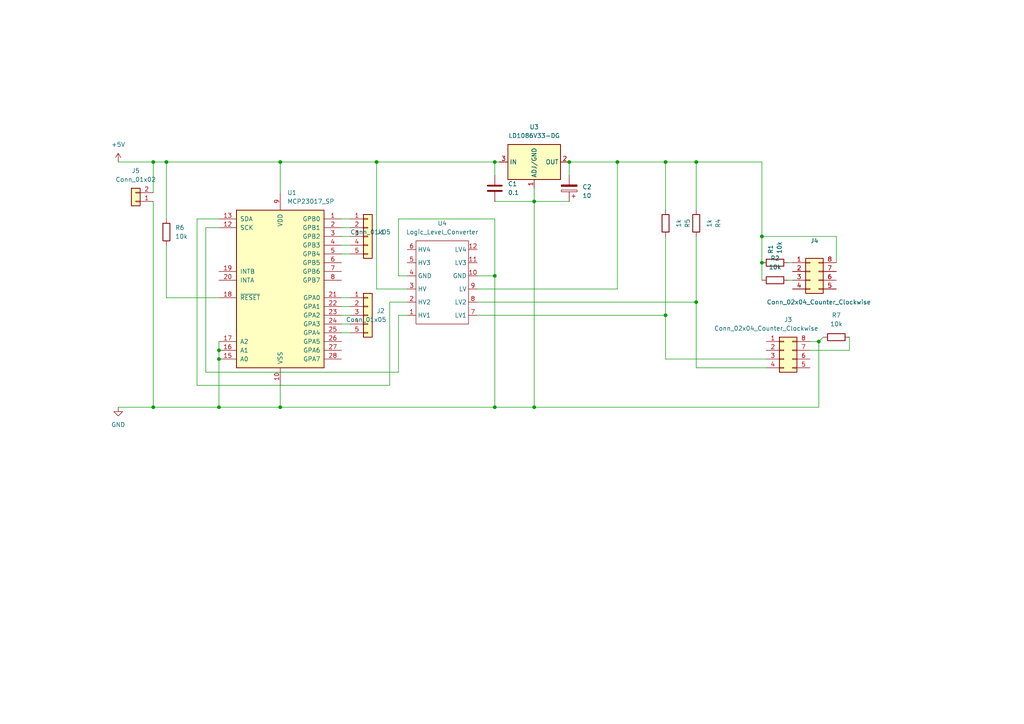
<source format=kicad_sch>
(kicad_sch (version 20211123) (generator eeschema)
  (paper "A4")
  (lib_symbols
    (symbol "Conn_02x04_Counter_Clockwise_1" (pin_names (offset 1.016) hide)
      (property "Reference" "J" (at 1.27 5.08 0))
      (property "Value" "Conn_02x04_Counter_Clockwise_1" (at 1.27 -7.62 0))
      (symbol "Conn_02x04_Counter_Clockwise_1_1_1"
        (rectangle (start -1.27 -4.953) (end 0 -5.207) (stroke (width 0.1524)))
        (rectangle (start -1.27 -2.413) (end 0 -2.667) (stroke (width 0.1524)))
        (rectangle (start -1.27 0.127) (end 0 -0.127) (stroke (width 0.1524)))
        (rectangle (start -1.27 2.667) (end 0 2.413) (stroke (width 0.1524)))
        (rectangle (start -1.27 3.81) (end 3.81 -6.35) (stroke (width 0.254)) (fill (type background)))
        (rectangle (start 3.81 -4.953) (end 2.54 -5.207) (stroke (width 0.1524)))
        (rectangle (start 3.81 -2.413) (end 2.54 -2.667) (stroke (width 0.1524)))
        (rectangle (start 3.81 0.127) (end 2.54 -0.127) (stroke (width 0.1524)))
        (rectangle (start 3.81 2.667) (end 2.54 2.413) (stroke (width 0.1524)))
        (pin passive line (at -5.08 2.54 0) (length 3.81) (name "Pin_1") (number "1") (alternate "" input line) (alternate "" input line) (alternate "" input line))
        (pin passive line (at -5.08 0 0) (length 3.81) (name "Pin_2") (number "2") (alternate "" input line) (alternate "" input line))
        (pin passive line (at -5.08 -2.54 0) (length 3.81) (name "Pin_3") (number "3") (alternate "" input line) (alternate "" input line))
        (pin passive line (at -5.08 -5.08 0) (length 3.81) (name "Pin_4") (number "4") (alternate "" input line) (alternate "" input line))
        (pin passive line (at 7.62 -5.08 180) (length 3.81) (name "Pin_5") (number "5") (alternate "" input line) (alternate "" input line))
        (pin passive line (at 7.62 -2.54 180) (length 3.81) (name "Pin_6") (number "6") (alternate "" input line) (alternate "" input line))
        (pin passive line (at 7.62 0 180) (length 3.81) (name "Pin_7") (number "7") (alternate "" input line) (alternate "" input line))
        (pin passive line (at 7.62 2.54 180) (length 3.81) (name "Pin_8") (number "8") (alternate "" input line) (alternate "" input line))
      )
    )
    (symbol "Connector_Generic:Conn_01x02" (pin_names (offset 1.016) hide)
      (property "Reference" "J" (at 0 2.54 0))
      (property "Value" "Conn_01x02" (at 0 -5.08 0))
      (symbol "Conn_01x02_1_1"
        (rectangle (start -1.27 -2.413) (end 0 -2.667) (stroke (width 0.1524)))
        (rectangle (start -1.27 0.127) (end 0 -0.127) (stroke (width 0.1524)))
        (rectangle (start -1.27 1.27) (end 1.27 -3.81) (stroke (width 0.254)) (fill (type background)))
        (pin passive line (at -5.08 0 0) (length 3.81) (name "Pin_1") (number "1"))
        (pin passive line (at -5.08 -2.54 0) (length 3.81) (name "Pin_2") (number "2"))
      )
    )
    (symbol "Connector_Generic:Conn_01x05" (pin_names (offset 1.016) hide)
      (property "Reference" "J" (at 0 7.62 0))
      (property "Value" "Conn_01x05" (at 0 -7.62 0))
      (symbol "Conn_01x05_1_1"
        (rectangle (start -1.27 -4.953) (end 0 -5.207) (stroke (width 0.1524)))
        (rectangle (start -1.27 -2.413) (end 0 -2.667) (stroke (width 0.1524)))
        (rectangle (start -1.27 0.127) (end 0 -0.127) (stroke (width 0.1524)))
        (rectangle (start -1.27 2.667) (end 0 2.413) (stroke (width 0.1524)))
        (rectangle (start -1.27 5.207) (end 0 4.953) (stroke (width 0.1524)))
        (rectangle (start -1.27 6.35) (end 1.27 -6.35) (stroke (width 0.254)) (fill (type background)))
        (pin passive line (at -5.08 5.08 0) (length 3.81) (name "Pin_1") (number "1"))
        (pin passive line (at -5.08 2.54 0) (length 3.81) (name "Pin_2") (number "2"))
        (pin passive line (at -5.08 0 0) (length 3.81) (name "Pin_3") (number "3"))
        (pin passive line (at -5.08 -2.54 0) (length 3.81) (name "Pin_4") (number "4"))
        (pin passive line (at -5.08 -5.08 0) (length 3.81) (name "Pin_5") (number "5"))
      )
    )
    (symbol "Connector_Generic:Conn_02x04_Counter_Clockwise" (pin_names (offset 1.016) hide)
      (property "Reference" "J" (at 1.27 5.08 0))
      (property "Value" "Conn_02x04_Counter_Clockwise" (at 1.27 -7.62 0))
      (symbol "Conn_02x04_Counter_Clockwise_1_1"
        (rectangle (start -1.27 -4.953) (end 0 -5.207) (stroke (width 0.1524)))
        (rectangle (start -1.27 -2.413) (end 0 -2.667) (stroke (width 0.1524)))
        (rectangle (start -1.27 0.127) (end 0 -0.127) (stroke (width 0.1524)))
        (rectangle (start -1.27 2.667) (end 0 2.413) (stroke (width 0.1524)))
        (rectangle (start -1.27 3.81) (end 3.81 -6.35) (stroke (width 0.254)) (fill (type background)))
        (rectangle (start 3.81 -4.953) (end 2.54 -5.207) (stroke (width 0.1524)))
        (rectangle (start 3.81 -2.413) (end 2.54 -2.667) (stroke (width 0.1524)))
        (rectangle (start 3.81 0.127) (end 2.54 -0.127) (stroke (width 0.1524)))
        (rectangle (start 3.81 2.667) (end 2.54 2.413) (stroke (width 0.1524)))
        (pin passive line (at -5.08 2.54 0) (length 3.81) (name "Pin_1") (number "1") (alternate "" input line) (alternate "" input line))
        (pin passive line (at -5.08 0 0) (length 3.81) (name "Pin_2") (number "2") (alternate "" input line) (alternate "" input line))
        (pin passive line (at -5.08 -2.54 0) (length 3.81) (name "Pin_3") (number "3") (alternate "" input line) (alternate "" input line))
        (pin passive line (at -5.08 -5.08 0) (length 3.81) (name "Pin_4") (number "4") (alternate "" input line) (alternate "" input line))
        (pin passive line (at 7.62 -5.08 180) (length 3.81) (name "Pin_5") (number "5") (alternate "" input line) (alternate "" input line))
        (pin passive line (at 7.62 -2.54 180) (length 3.81) (name "Pin_6") (number "6") (alternate "" input line) (alternate "" input line))
        (pin passive line (at 7.62 0 180) (length 3.81) (name "Pin_7") (number "7") (alternate "" input line) (alternate "" input line))
        (pin passive line (at 7.62 2.54 180) (length 3.81) (name "Pin_8") (number "8") (alternate "" input line) (alternate "" input line))
      )
    )
    (symbol "Device:C" (pin_numbers hide) (pin_names (offset 0.254))
      (property "Reference" "C" (at 0.635 2.54 0))
      (property "Value" "C" (at 0.635 -2.54 0))
      (symbol "C_0_1"
        (polyline (pts (xy -2.032 -0.762) (xy 2.032 -0.762)) (stroke (width 0.508)))
        (polyline (pts (xy -2.032 0.762) (xy 2.032 0.762)) (stroke (width 0.508)))
      )
      (symbol "C_1_1"
        (pin passive line (at 0 3.81 270) (length 2.794) (name "~") (number "1"))
        (pin passive line (at 0 -3.81 90) (length 2.794) (name "~") (number "2"))
      )
    )
    (symbol "Device:C_Polarized" (pin_numbers hide) (pin_names (offset 0.254))
      (property "Reference" "C" (at 0.635 2.54 0))
      (property "Value" "C_Polarized" (at 0.635 -2.54 0))
      (symbol "C_Polarized_0_1"
        (rectangle (start -2.286 0.508) (end 2.286 1.016))
        (polyline (pts (xy -1.778 2.286) (xy -0.762 2.286)))
        (polyline (pts (xy -1.27 2.794) (xy -1.27 1.778)))
        (rectangle (start 2.286 -0.508) (end -2.286 -1.016) (fill (type outline)))
      )
      (symbol "C_Polarized_1_1"
        (pin passive line (at 0 3.81 270) (length 2.794) (name "~") (number "1"))
        (pin passive line (at 0 -3.81 90) (length 2.794) (name "~") (number "2"))
      )
    )
    (symbol "Device:R" (pin_numbers hide) (pin_names (offset 0))
      (property "Reference" "R" (at 2.032 0 90))
      (property "Value" "R" (at 0 0 90))
      (symbol "R_0_1"
        (rectangle (start -1.016 -2.54) (end 1.016 2.54) (stroke (width 0.254)))
      )
      (symbol "R_1_1"
        (pin passive line (at 0 3.81 270) (length 1.27) (name "~") (number "1"))
        (pin passive line (at 0 -3.81 90) (length 1.27) (name "~") (number "2"))
      )
    )
    (symbol "Interface_Expansion:MCP23017_SP" (pin_names (offset 1.016))
      (property "Reference" "U" (at -11.43 24.13 0))
      (property "Value" "MCP23017_SP" (at 0 0 0))
      (symbol "MCP23017_SP_0_1"
        (rectangle (start -12.7 22.86) (end 12.7 -22.86) (stroke (width 0.254)) (fill (type background)))
      )
      (symbol "MCP23017_SP_1_1"
        (pin bidirectional line (at 17.78 20.32 180) (length 5.08) (name "GPB0") (number "1"))
        (pin power_in line (at 0 -27.94 90) (length 5.08) (name "VSS") (number "10"))
        (pin no_connect line (at -12.7 15.24 0) (length 5.08) hide (name "NC") (number "11"))
        (pin input line (at -17.78 17.78 0) (length 5.08) (name "SCK") (number "12"))
        (pin bidirectional line (at -17.78 20.32 0) (length 5.08) (name "SDA") (number "13"))
        (pin no_connect line (at -12.7 12.7 0) (length 5.08) hide (name "NC") (number "14"))
        (pin input line (at -17.78 -20.32 0) (length 5.08) (name "A0") (number "15"))
        (pin input line (at -17.78 -17.78 0) (length 5.08) (name "A1") (number "16"))
        (pin input line (at -17.78 -15.24 0) (length 5.08) (name "A2") (number "17"))
        (pin input line (at -17.78 -2.54 0) (length 5.08) (name "~{RESET}") (number "18"))
        (pin tri_state line (at -17.78 5.08 0) (length 5.08) (name "INTB") (number "19"))
        (pin bidirectional line (at 17.78 17.78 180) (length 5.08) (name "GPB1") (number "2"))
        (pin tri_state line (at -17.78 2.54 0) (length 5.08) (name "INTA") (number "20"))
        (pin bidirectional line (at 17.78 -2.54 180) (length 5.08) (name "GPA0") (number "21"))
        (pin bidirectional line (at 17.78 -5.08 180) (length 5.08) (name "GPA1") (number "22"))
        (pin bidirectional line (at 17.78 -7.62 180) (length 5.08) (name "GPA2") (number "23"))
        (pin bidirectional line (at 17.78 -10.16 180) (length 5.08) (name "GPA3") (number "24"))
        (pin bidirectional line (at 17.78 -12.7 180) (length 5.08) (name "GPA4") (number "25"))
        (pin bidirectional line (at 17.78 -15.24 180) (length 5.08) (name "GPA5") (number "26"))
        (pin bidirectional line (at 17.78 -17.78 180) (length 5.08) (name "GPA6") (number "27"))
        (pin bidirectional line (at 17.78 -20.32 180) (length 5.08) (name "GPA7") (number "28"))
        (pin bidirectional line (at 17.78 15.24 180) (length 5.08) (name "GPB2") (number "3"))
        (pin bidirectional line (at 17.78 12.7 180) (length 5.08) (name "GPB3") (number "4"))
        (pin bidirectional line (at 17.78 10.16 180) (length 5.08) (name "GPB4") (number "5"))
        (pin bidirectional line (at 17.78 7.62 180) (length 5.08) (name "GPB5") (number "6"))
        (pin bidirectional line (at 17.78 5.08 180) (length 5.08) (name "GPB6") (number "7"))
        (pin bidirectional line (at 17.78 2.54 180) (length 5.08) (name "GPB7") (number "8"))
        (pin power_in line (at 0 27.94 270) (length 5.08) (name "VDD") (number "9"))
      )
    )
    (symbol "New_Library:Logic_Level_Converter"
      (property "Reference" "U" (at 0 0 0))
      (property "Value" "Logic_Level_Converter" (at 0 0 0))
      (symbol "Logic_Level_Converter_0_1"
        (rectangle (start -7.62 11.43) (end 7.62 -12.7))
      )
      (symbol "Logic_Level_Converter_1_1"
        (pin bidirectional line (at 10.16 8.89 180) (length 2.54) (name "HV1") (number "1"))
        (pin input line (at -10.16 -2.54 0) (length 2.54) (name "GND") (number "10"))
        (pin bidirectional line (at -10.16 -6.35 0) (length 2.54) (name "LV3") (number "11"))
        (pin bidirectional line (at -10.16 -10.16 0) (length 2.54) (name "LV4") (number "12"))
        (pin bidirectional line (at 10.16 5.08 180) (length 2.54) (name "HV2") (number "2"))
        (pin input line (at 10.16 1.27 180) (length 2.54) (name "HV") (number "3"))
        (pin input line (at 10.16 -2.54 180) (length 2.54) (name "GND") (number "4"))
        (pin bidirectional line (at 10.16 -6.35 180) (length 2.54) (name "HV3") (number "5"))
        (pin bidirectional line (at 10.16 -10.16 180) (length 2.54) (name "HV4") (number "6"))
        (pin bidirectional line (at -10.16 8.89 0) (length 2.54) (name "LV1") (number "7"))
        (pin bidirectional line (at -10.16 5.08 0) (length 2.54) (name "LV2") (number "8"))
        (pin input line (at -10.16 1.27 0) (length 2.54) (name "LV") (number "9"))
      )
    )
    (symbol "Regulator_Linear:LD1086V33-DG"
      (property "Reference" "U" (at 0 10.16 0))
      (property "Value" "LD1086V33-DG" (at 0 7.62 0))
      (symbol "LD1086V33-DG_1_1"
        (rectangle (start -7.62 -5.08) (end 7.62 5.08) (stroke (width 0.254)) (fill (type background)))
        (pin input line (at 0 -7.62 90) (length 2.54) (name "ADJ/GND") (number "1"))
        (pin power_out line (at 10.16 0 180) (length 2.54) (name "OUT") (number "2"))
        (pin power_in line (at -10.16 0 0) (length 2.54) (name "IN") (number "3"))
      )
    )
    (symbol "power:+5V" (power) (pin_names (offset 0))
      (property "Value" "+5V" (at 0 3.556 0))
      (symbol "+5V_0_1"
        (polyline (pts (xy -0.762 1.27) (xy 0 2.54)))
        (polyline (pts (xy 0 0) (xy 0 2.54)))
        (polyline (pts (xy 0 2.54) (xy 0.762 1.27)))
      )
      (symbol "+5V_1_1"
        (pin power_in line (at 0 0 90) (length 0) hide (name "+5V") (number "1"))
      )
    )
    (symbol "power:GND" (power) (pin_names (offset 0))
      (property "Value" "GND" (at 0 -3.81 0))
      (symbol "GND_0_1"
        (polyline (pts (xy 0 0) (xy 0 -1.27) (xy 1.27 -1.27) (xy 0 -2.54) (xy -1.27 -1.27) (xy 0 -1.27)))
      )
      (symbol "GND_1_1"
        (pin power_in line (at 0 0 270) (length 0) hide (name "GND") (number "1"))
      )
    )
  )
  (junction (at 201.93 46.99))
  (junction (at 48.26 46.99))
  (junction (at 143.51 46.99))
  (junction (at 237.49 99.06))
  (junction (at 143.51 80.01))
  (junction (at 63.5 118.11))
  (junction (at 81.28 118.11))
  (junction (at 81.28 46.99))
  (junction (at 154.94 118.11))
  (junction (at 109.22 46.99))
  (junction (at 44.45 118.11))
  (junction (at 63.5 104.14))
  (junction (at 179.07 46.99))
  (junction (at 143.51 118.11))
  (junction (at 165.1 46.99))
  (junction (at 220.98 76.2))
  (junction (at 154.94 58.42))
  (junction (at 193.04 46.99))
  (junction (at 44.45 46.99))
  (junction (at 63.5 101.6))
  (junction (at 193.04 91.44))
  (junction (at 220.98 68.58))
  (junction (at 201.93 87.63))
  (wire (pts (xy 99.06 93.98) (xy 101.6 93.98)))
  (wire (pts (xy 81.28 118.11) (xy 143.51 118.11)))
  (wire (pts (xy 118.11 87.63) (xy 113.03 87.63)))
  (wire (pts (xy 99.06 96.52) (xy 101.6 96.52)))
  (wire (pts (xy 115.57 107.95) (xy 115.57 91.44)))
  (wire (pts (xy 57.15 63.5) (xy 63.5 63.5)))
  (wire (pts (xy 34.29 118.11) (xy 44.45 118.11)))
  (wire (pts (xy 81.28 111.76) (xy 81.28 118.11)))
  (wire (pts (xy 234.95 101.6) (xy 246.38 101.6)))
  (wire (pts (xy 179.07 46.99) (xy 193.04 46.99)))
  (wire (pts (xy 48.26 71.12) (xy 48.26 86.36)))
  (wire (pts (xy 143.51 58.42) (xy 154.94 58.42)))
  (wire (pts (xy 165.1 46.99) (xy 179.07 46.99)))
  (wire (pts (xy 138.43 83.82) (xy 179.07 83.82)))
  (wire (pts (xy 179.07 46.99) (xy 179.07 83.82)))
  (wire (pts (xy 193.04 46.99) (xy 193.04 60.96)))
  (wire (pts (xy 48.26 46.99) (xy 48.26 63.5)))
  (wire (pts (xy 63.5 104.14) (xy 63.5 118.11)))
  (wire (pts (xy 154.94 58.42) (xy 165.1 58.42)))
  (wire (pts (xy 57.15 63.5) (xy 57.15 111.76)))
  (wire (pts (xy 242.57 76.2) (xy 242.57 68.58)))
  (wire (pts (xy 220.98 68.58) (xy 220.98 76.2)))
  (wire (pts (xy 57.15 111.76) (xy 113.03 111.76)))
  (wire (pts (xy 115.57 63.5) (xy 143.51 63.5)))
  (wire (pts (xy 237.49 99.06) (xy 234.95 99.06)))
  (wire (pts (xy 228.6 76.2) (xy 229.87 76.2)))
  (wire (pts (xy 143.51 118.11) (xy 154.94 118.11)))
  (wire (pts (xy 48.26 46.99) (xy 81.28 46.99)))
  (wire (pts (xy 143.51 80.01) (xy 138.43 80.01)))
  (wire (pts (xy 143.51 80.01) (xy 143.51 118.11)))
  (wire (pts (xy 143.51 46.99) (xy 144.78 46.99)))
  (wire (pts (xy 246.38 97.79) (xy 246.38 101.6)))
  (wire (pts (xy 44.45 46.99) (xy 44.45 55.88)))
  (wire (pts (xy 99.06 68.58) (xy 101.6 68.58)))
  (wire (pts (xy 81.28 46.99) (xy 81.28 55.88)))
  (wire (pts (xy 154.94 118.11) (xy 154.94 58.42)))
  (wire (pts (xy 220.98 76.2) (xy 220.98 81.28)))
  (wire (pts (xy 222.25 106.68) (xy 201.93 106.68)))
  (wire (pts (xy 99.06 88.9) (xy 101.6 88.9)))
  (wire (pts (xy 44.45 118.11) (xy 63.5 118.11)))
  (wire (pts (xy 138.43 87.63) (xy 201.93 87.63)))
  (wire (pts (xy 44.45 46.99) (xy 48.26 46.99)))
  (wire (pts (xy 220.98 68.58) (xy 242.57 68.58)))
  (wire (pts (xy 193.04 68.58) (xy 193.04 91.44)))
  (wire (pts (xy 143.51 46.99) (xy 143.51 50.8)))
  (wire (pts (xy 220.98 46.99) (xy 201.93 46.99)))
  (wire (pts (xy 59.69 66.04) (xy 63.5 66.04)))
  (wire (pts (xy 193.04 91.44) (xy 193.04 104.14)))
  (wire (pts (xy 222.25 104.14) (xy 193.04 104.14)))
  (wire (pts (xy 115.57 80.01) (xy 115.57 63.5)))
  (wire (pts (xy 165.1 50.8) (xy 165.1 46.99)))
  (wire (pts (xy 59.69 107.95) (xy 59.69 66.04)))
  (wire (pts (xy 109.22 83.82) (xy 118.11 83.82)))
  (wire (pts (xy 138.43 91.44) (xy 193.04 91.44)))
  (wire (pts (xy 118.11 80.01) (xy 115.57 80.01)))
  (wire (pts (xy 44.45 58.42) (xy 44.45 118.11)))
  (wire (pts (xy 201.93 68.58) (xy 201.93 87.63)))
  (wire (pts (xy 63.5 86.36) (xy 48.26 86.36)))
  (wire (pts (xy 63.5 118.11) (xy 81.28 118.11)))
  (wire (pts (xy 201.93 87.63) (xy 201.93 106.68)))
  (wire (pts (xy 154.94 58.42) (xy 154.94 54.61)))
  (wire (pts (xy 201.93 46.99) (xy 201.93 60.96)))
  (wire (pts (xy 34.29 46.99) (xy 44.45 46.99)))
  (wire (pts (xy 113.03 87.63) (xy 113.03 111.76)))
  (wire (pts (xy 99.06 73.66) (xy 101.6 73.66)))
  (wire (pts (xy 109.22 46.99) (xy 109.22 83.82)))
  (wire (pts (xy 99.06 86.36) (xy 101.6 86.36)))
  (wire (pts (xy 99.06 66.04) (xy 101.6 66.04)))
  (wire (pts (xy 228.6 81.28) (xy 229.87 81.28)))
  (wire (pts (xy 193.04 46.99) (xy 201.93 46.99)))
  (wire (pts (xy 154.94 118.11) (xy 237.49 118.11)))
  (wire (pts (xy 81.28 46.99) (xy 109.22 46.99)))
  (wire (pts (xy 109.22 46.99) (xy 143.51 46.99)))
  (wire (pts (xy 99.06 71.12) (xy 101.6 71.12)))
  (wire (pts (xy 99.06 91.44) (xy 101.6 91.44)))
  (wire (pts (xy 237.49 99.06) (xy 238.76 97.79)))
  (wire (pts (xy 237.49 99.06) (xy 237.49 118.11)))
  (wire (pts (xy 63.5 101.6) (xy 63.5 104.14)))
  (wire (pts (xy 63.5 99.06) (xy 63.5 101.6)))
  (wire (pts (xy 220.98 46.99) (xy 220.98 68.58)))
  (wire (pts (xy 143.51 63.5) (xy 143.51 80.01)))
  (wire (pts (xy 115.57 91.44) (xy 118.11 91.44)))
  (wire (pts (xy 99.06 63.5) (xy 101.6 63.5)))
  (wire (pts (xy 59.69 107.95) (xy 115.57 107.95)))
  (symbol (lib_id "New_Library:Logic_Level_Converter") (at 128.27 82.55 180) (unit 1)
    (property "Reference" "U4" (at 128.27 64.77 0))
    (property "Value" "Logic_Level_Converter" (at 128.27 67.31 0))
    (property "Footprint" "Library:Logic Level Converter" (effects hide))
  )
  (symbol (lib_id "Connector_Generic:Conn_02x04_Counter_Clockwise") (at 234.95 78.74 0) (unit 1)
    (property "Reference" "J4" (at 236.22 69.85 0))
    (property "Value" "Conn_02x04_Counter_Clockwise" (at 237.49 87.63 0))
    (property "Footprint" "Connector_PinSocket_2.54mm:PinSocket_2x04_P2.54mm_Vertical" (effects hide))
    (pin "1" (alternate "RST"))
    (pin "2" (alternate "ADC"))
    (pin "3" (alternate "EN"))
    (pin "4" (alternate "IO16"))
    (pin "5" (alternate "IO14"))
    (pin "6" (alternate "IO12"))
    (pin "7" (alternate "IO13"))
    (pin "8" (alternate "VCC"))
  )
  (symbol (lib_name "Conn_02x04_Counter_Clockwise_1") (lib_id "Connector_Generic:Conn_02x04_Counter_Clockwise") (at 227.33 101.6 0) (unit 1)
    (property "Reference" "J3" (at 228.6 92.71 0))
    (property "Value" "Conn_02x04_Counter_Clockwise" (at 222.25 95.25 0))
    (property "Footprint" "Connector_PinSocket_2.54mm:PinSocket_2x04_P2.54mm_Vertical" (effects hide))
    (pin "1" (alternate "TXD0"))
    (pin "2" (alternate "RXD0"))
    (pin "3" (alternate "IO5"))
    (pin "4" (alternate "IO4"))
    (pin "5" (alternate "IO0"))
    (pin "6" (alternate "IO2"))
    (pin "7" (alternate "IO15"))
    (pin "8" (alternate "GND"))
  )
  (symbol (lib_id "Connector_Generic:Conn_01x05") (at 106.68 91.44 0) (unit 1)
    (property "Reference" "J2" (at 109.22 90.1699 0) (effects (justify left)))
    (property "Value" "Conn_01x05" (at 100.33 92.71 0) (effects (justify left)))
    (property "Footprint" "Connector_PinHeader_2.54mm:PinHeader_1x05_P2.54mm_Vertical" (effects hide))
  )
  (symbol (lib_id "power:GND") (at 34.29 118.11 0) (unit 1)
    (property "Reference" "#PWR0101" (effects hide))
    (property "Value" "GND" (at 34.29 123.19 0))
  )
  (symbol (lib_id "Regulator_Linear:LD1086V33-DG") (at 154.94 46.99 0) (unit 1)
    (property "Reference" "U3" (at 154.94 36.83 0))
    (property "Value" "LD1086V33-DG" (at 154.94 39.37 0))
    (property "Footprint" "Package_TO_SOT_THT:TO-220-3_Vertical" (effects hide))
    (property "Datasheet" "https://www.st.com/resource/en/datasheet/ld1086.pdf" (effects hide))
  )
  (symbol (lib_id "Device:R") (at 242.57 97.79 90) (unit 1)
    (property "Reference" "R7" (at 242.57 91.44 90))
    (property "Value" "10k" (at 242.57 93.98 90))
    (property "Footprint" "Resistor_THT:R_Axial_DIN0207_L6.3mm_D2.5mm_P7.62mm_Horizontal" (effects hide))
  )
  (symbol (lib_id "Device:C") (at 143.51 54.61 0) (unit 1)
    (property "Reference" "C1" (at 147.32 53.3399 0) (effects (justify left)))
    (property "Value" "0.1" (at 147.32 55.8799 0) (effects (justify left)))
    (property "Footprint" "Capacitor_THT:C_Disc_D11.0mm_W5.0mm_P5.00mm" (effects hide))
  )
  (symbol (lib_id "Device:R") (at 224.79 81.28 90) (unit 1)
    (property "Reference" "R2" (at 224.79 74.93 90))
    (property "Value" "10k" (at 224.79 77.47 90))
    (property "Footprint" "Resistor_THT:R_Axial_DIN0207_L6.3mm_D2.5mm_P7.62mm_Horizontal" (effects hide))
  )
  (symbol (lib_id "Device:C_Polarized") (at 165.1 54.61 180) (unit 1)
    (property "Reference" "C2" (at 168.91 54.2289 0) (effects (justify right)))
    (property "Value" "10" (at 168.91 56.7689 0) (effects (justify right)))
    (property "Footprint" "Capacitor_THT:CP_Radial_Tantal_D4.5mm_P2.50mm" (effects hide))
  )
  (symbol (lib_id "power:+5V") (at 34.29 46.99 0) (unit 1)
    (property "Reference" "#PWR0102" (effects hide))
    (property "Value" "+5V" (at 34.29 41.91 0))
  )
  (symbol (lib_id "Connector_Generic:Conn_01x02") (at 39.37 58.42 180) (unit 1)
    (property "Reference" "J5" (at 39.37 49.53 0))
    (property "Value" "Conn_01x02" (at 39.37 52.07 0))
    (property "Footprint" "Connector_PinSocket_2.54mm:PinSocket_1x02_P2.54mm_Vertical" (effects hide))
  )
  (symbol (lib_id "Device:R") (at 48.26 67.31 0) (unit 1)
    (property "Reference" "R6" (at 50.8 66.0399 0) (effects (justify left)))
    (property "Value" "10k" (at 50.8 68.5799 0) (effects (justify left)))
    (property "Footprint" "Resistor_THT:R_Axial_DIN0207_L6.3mm_D2.5mm_P7.62mm_Horizontal" (effects hide))
  )
  (symbol (lib_id "Interface_Expansion:MCP23017_SP") (at 81.28 83.82 0) (unit 1)
    (property "Reference" "U1" (at 83.2994 55.88 0) (effects (justify left)))
    (property "Value" "MCP23017_SP" (at 83.2994 58.42 0) (effects (justify left)))
    (property "Footprint" "Package_DIP:DIP-28_W7.62mm" (effects hide))
    (property "Datasheet" "http://ww1.microchip.com/downloads/en/DeviceDoc/20001952C.pdf" (effects hide))
  )
  (symbol (lib_id "Device:R") (at 224.79 76.2 90) (unit 1)
    (property "Reference" "R1" (at 223.5199 73.66 0) (effects (justify left)))
    (property "Value" "10k" (at 226.0599 73.66 0) (effects (justify left)))
    (property "Footprint" "Resistor_THT:R_Axial_DIN0207_L6.3mm_D2.5mm_P7.62mm_Horizontal" (effects hide))
  )
  (symbol (lib_id "Connector_Generic:Conn_01x05") (at 106.68 68.58 0) (unit 1)
    (property "Reference" "J1" (at 109.22 67.3099 0) (effects (justify left)))
    (property "Value" "Conn_01x05" (at 101.6 67.31 0) (effects (justify left)))
    (property "Footprint" "Connector_PinHeader_2.54mm:PinHeader_1x05_P2.54mm_Vertical" (effects hide))
  )
  (symbol (lib_id "Device:R") (at 193.04 64.77 0) (unit 1)
    (property "Reference" "R5" (at 199.39 64.77 90))
    (property "Value" "1k" (at 196.85 64.77 90))
    (property "Footprint" "Resistor_THT:R_Axial_DIN0207_L6.3mm_D2.5mm_P7.62mm_Horizontal" (effects hide))
  )
  (symbol (lib_id "Device:R") (at 201.93 64.77 0) (unit 1)
    (property "Reference" "R4" (at 208.28 64.77 90))
    (property "Value" "1k" (at 205.74 64.77 90))
    (property "Footprint" "Resistor_THT:R_Axial_DIN0207_L6.3mm_D2.5mm_P7.62mm_Horizontal" (effects hide))
  )
)
</source>
